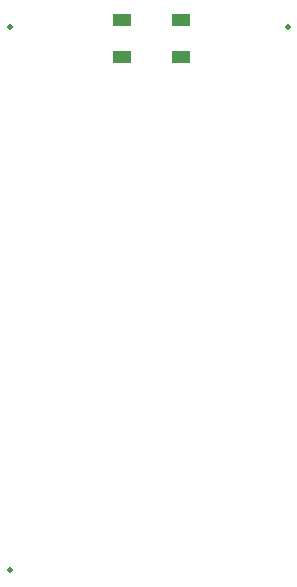
<source format=gtp>
G04 #@! TF.FileFunction,Paste,Top*
%FSLAX46Y46*%
G04 Gerber Fmt 4.6, Leading zero omitted, Abs format (unit mm)*
G04 Created by KiCad (PCBNEW 4.0.6) date Wednesday, September 13, 2017 'PMt' 03:29:23 PM*
%MOMM*%
%LPD*%
G01*
G04 APERTURE LIST*
%ADD10C,0.100000*%
%ADD11R,1.600000X1.000000*%
%ADD12C,0.497840*%
G04 APERTURE END LIST*
D10*
D11*
X192500000Y-80600000D03*
X192500000Y-77400000D03*
X187500000Y-80600000D03*
X187500000Y-77400000D03*
D12*
X178000000Y-78000000D03*
X201500000Y-78000000D03*
X178000000Y-124000000D03*
M02*

</source>
